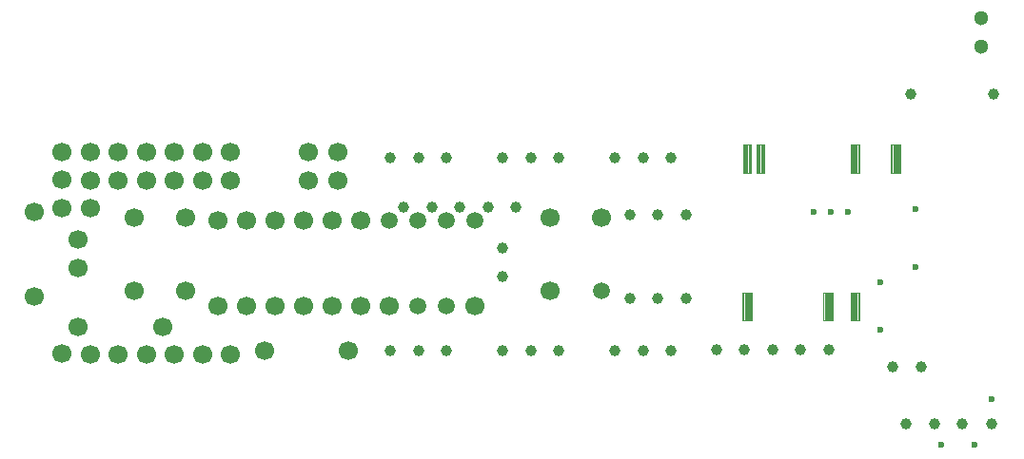
<source format=gts>
G71*G90*G75*D02*
%ASAXBY*OFA0B0*MOMM*FSLAX43Y43*IPPOS*%
%ADD11C,0.100*%
%ADD16C,0.600*%
%ADD20C,1.000*%
%ADD23C,1.300*%
%ADD25C,1.500*%
%ADD27C,1.700*%
G54D11*
G01X151401Y104251D02*
Y106751D01*
X152101D01*
Y104251D01*
X151401D01*
X151496D02*
Y106751D01*
X151591Y104251D02*
Y106751D01*
X151686Y104251D02*
Y106751D01*
X151781Y104251D02*
Y106751D01*
X151876Y104251D02*
Y106751D01*
X151971Y104251D02*
Y106751D01*
X152066Y104251D02*
Y106751D01*
X152601Y104251D02*
Y106751D01*
X153301D01*
Y104251D01*
X152601D01*
X152696D02*
Y106751D01*
X152791Y104251D02*
Y106751D01*
X152886Y104251D02*
Y106751D01*
X152981Y104251D02*
Y106751D01*
X153076Y104251D02*
Y106751D01*
X153171Y104251D02*
Y106751D01*
X153266Y104251D02*
Y106751D01*
X160951Y104251D02*
Y106751D01*
X161751D01*
Y104251D01*
X160951D01*
X161046D02*
Y106751D01*
X161141Y104251D02*
Y106751D01*
X161236Y104251D02*
Y106751D01*
X161331Y104251D02*
Y106751D01*
X161426Y104251D02*
Y106751D01*
X161521Y104251D02*
Y106751D01*
X161616Y104251D02*
Y106751D01*
X161711Y104251D02*
Y106751D01*
X164551Y104251D02*
Y106751D01*
X165351D01*
Y104251D01*
X164551D01*
X164646D02*
Y106751D01*
X164741Y104251D02*
Y106751D01*
X164836Y104251D02*
Y106751D01*
X164931Y104251D02*
Y106751D01*
X165026Y104251D02*
Y106751D01*
X165121Y104251D02*
Y106751D01*
X165216Y104251D02*
Y106751D01*
X165311Y104251D02*
Y106751D01*
X151351Y91051D02*
Y93551D01*
X152151D01*
Y91051D01*
X151351D01*
X151446D02*
Y93551D01*
X151541Y91051D02*
Y93551D01*
X151636Y91051D02*
Y93551D01*
X151731Y91051D02*
Y93551D01*
X151826Y91051D02*
Y93551D01*
X151921Y91051D02*
Y93551D01*
X152016Y91051D02*
Y93551D01*
X152111Y91051D02*
Y93551D01*
X158551Y91051D02*
Y93551D01*
X159351D01*
Y91051D01*
X158551D01*
X158646D02*
Y93551D01*
X158741Y91051D02*
Y93551D01*
X158836Y91051D02*
Y93551D01*
X158931Y91051D02*
Y93551D01*
X159026Y91051D02*
Y93551D01*
X159121Y91051D02*
Y93551D01*
X159216Y91051D02*
Y93551D01*
X159311Y91051D02*
Y93551D01*
X160951Y91051D02*
Y93551D01*
X161751D01*
Y91051D01*
X160951D01*
X161046D02*
Y93551D01*
X161141Y91051D02*
Y93551D01*
X161236Y91051D02*
Y93551D01*
X161331Y91051D02*
Y93551D01*
X161426Y91051D02*
Y93551D01*
X161521Y91051D02*
Y93551D01*
X161616Y91051D02*
Y93551D01*
X161711Y91051D02*
Y93551D01*
G54D27*
X134250Y100250D03*
X138750D03*
G54D25*
Y93750D03*
G54D27*
X134250D03*
X104642Y100002D03*
X107182D03*
X109722D03*
X112262D03*
X114802D03*
X117342D03*
G54D25*
X119882D03*
X122422D03*
X127502D03*
X124962D03*
Y92382D03*
G54D27*
X127502D03*
G54D20*
X130000Y95000D03*
Y97500D03*
G54D27*
X119882Y92382D03*
X117342D03*
X114802D03*
X112262D03*
X109722D03*
X107182D03*
X104642D03*
G54D25*
X122422D03*
G54D27*
X97250Y93750D03*
X101750D03*
X97250Y100250D03*
X101750D03*
X92250Y98251D03*
Y95751D03*
Y90501D03*
X99750D03*
G54D20*
X120000Y88400D03*
X122500D03*
X125000D03*
X130000D03*
X132500D03*
X135000D03*
X140000D03*
X142500D03*
X145000D03*
X120000Y105600D03*
X122500D03*
X125000D03*
X130000D03*
X132500D03*
X135000D03*
X140000D03*
X142500D03*
X145000D03*
X131200Y101200D03*
X128700D03*
X126200D03*
X123700D03*
X121200D03*
X143800Y100500D03*
X141300D03*
G54D23*
X172600Y118000D03*
Y115500D03*
G54D27*
X116300Y88400D03*
X108800D03*
G54D20*
X146300Y100500D03*
G54D27*
X90800Y106101D03*
X93300D03*
X95800D03*
X98300D03*
X100800D03*
X103300D03*
X90800Y103601D03*
X93300Y103501D03*
X95800D03*
X98300D03*
X100800D03*
X105800Y106101D03*
X90800Y101101D03*
X93300D03*
X88300Y100701D03*
Y93201D03*
X103300Y103501D03*
G54D20*
X165900Y81900D03*
X168400D03*
X170900D03*
X173500D03*
X166300Y111200D03*
G54D27*
X115300Y103501D03*
X112700D03*
X115300Y106101D03*
X112700D03*
X105800Y103501D03*
G54D20*
X173700Y111200D03*
X149000Y88500D03*
X151500D03*
X154000D03*
X156500D03*
G54D27*
X90800Y88101D03*
X93300Y88001D03*
X95800D03*
X98300D03*
X100800D03*
X103300D03*
X105800D03*
G54D16*
X166700Y101000D03*
Y95800D03*
G54D20*
X141300Y93000D03*
X143800D03*
X146300D03*
X159000Y88500D03*
X167200Y86900D03*
X164700D03*
G54D16*
X169000Y80000D03*
X172000D03*
X157700Y100700D03*
X159200D03*
X160700D03*
X163600Y94500D03*
Y90200D03*
X173500Y84100D03*
G01X0Y0D02*
M02*

</source>
